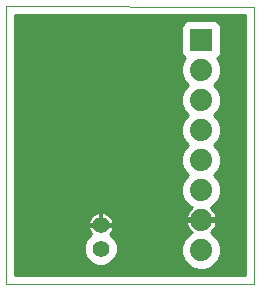
<source format=gbl>
G75*
G70*
%OFA0B0*%
%FSLAX24Y24*%
%IPPOS*%
%LPD*%
%AMOC8*
5,1,8,0,0,1.08239X$1,22.5*
%
%ADD10C,0.0000*%
%ADD11R,0.0740X0.0740*%
%ADD12C,0.0740*%
%ADD13C,0.0560*%
%ADD14C,0.0100*%
D10*
X000150Y000150D02*
X000150Y009402D01*
X008400Y009400D01*
X008400Y000150D01*
X000150Y000150D01*
D11*
X006650Y008294D03*
D12*
X006650Y007294D03*
X006650Y006294D03*
X006650Y005294D03*
X006650Y004294D03*
X006650Y003294D03*
X006650Y002294D03*
X006650Y001294D03*
D13*
X003300Y001331D03*
X003300Y002119D03*
D14*
X003319Y002120D02*
X006160Y002120D01*
X006168Y002094D02*
X006143Y002172D01*
X006131Y002244D01*
X006600Y002244D01*
X006600Y002344D01*
X006131Y002344D01*
X006143Y002415D01*
X006168Y002493D01*
X006205Y002566D01*
X006253Y002632D01*
X006311Y002690D01*
X006337Y002709D01*
X006276Y002734D01*
X006090Y002920D01*
X005990Y003162D01*
X005990Y003425D01*
X006090Y003668D01*
X006217Y003794D01*
X006090Y003920D01*
X005990Y004162D01*
X005990Y004425D01*
X006090Y004668D01*
X006217Y004794D01*
X006090Y004920D01*
X005990Y005162D01*
X005990Y005425D01*
X006090Y005668D01*
X006217Y005794D01*
X006090Y005920D01*
X005990Y006162D01*
X005990Y006425D01*
X006090Y006668D01*
X006217Y006794D01*
X006090Y006920D01*
X005990Y007162D01*
X005990Y007425D01*
X006090Y007668D01*
X006108Y007685D01*
X006034Y007759D01*
X005990Y007866D01*
X005990Y008721D01*
X006034Y008828D01*
X006116Y008910D01*
X006222Y008954D01*
X007078Y008954D01*
X007184Y008910D01*
X007266Y008828D01*
X007310Y008721D01*
X007310Y007866D01*
X007266Y007759D01*
X007192Y007685D01*
X007210Y007668D01*
X007310Y007425D01*
X007310Y007162D01*
X007210Y006920D01*
X007083Y006794D01*
X007210Y006668D01*
X007310Y006425D01*
X007310Y006162D01*
X007210Y005920D01*
X007083Y005794D01*
X007210Y005668D01*
X007310Y005425D01*
X007310Y005162D01*
X007210Y004920D01*
X007083Y004794D01*
X007210Y004668D01*
X007310Y004425D01*
X007310Y004162D01*
X007210Y003920D01*
X007083Y003794D01*
X007210Y003668D01*
X007310Y003425D01*
X007310Y003162D01*
X007210Y002920D01*
X007024Y002734D01*
X006963Y002709D01*
X006989Y002690D01*
X007047Y002632D01*
X007095Y002566D01*
X007132Y002493D01*
X007157Y002415D01*
X007169Y002344D01*
X006700Y002344D01*
X006700Y002244D01*
X007169Y002244D01*
X007157Y002172D01*
X007132Y002094D01*
X007095Y002021D01*
X007047Y001955D01*
X006989Y001897D01*
X006963Y001878D01*
X007024Y001853D01*
X007210Y001668D01*
X007310Y001425D01*
X007310Y001162D01*
X007210Y000920D01*
X007024Y000734D01*
X006781Y000634D01*
X006519Y000634D01*
X006276Y000734D01*
X006090Y000920D01*
X005990Y001162D01*
X005990Y001425D01*
X006090Y001668D01*
X006276Y001853D01*
X006337Y001878D01*
X006311Y001897D01*
X006253Y001955D01*
X006205Y002021D01*
X006168Y002094D01*
X006205Y002022D02*
X003720Y002022D01*
X003719Y002018D02*
X003730Y002085D01*
X003730Y002100D01*
X003319Y002100D01*
X003319Y002137D01*
X003730Y002137D01*
X003730Y002152D01*
X003719Y002219D01*
X003698Y002284D01*
X003667Y002344D01*
X003628Y002399D01*
X003580Y002446D01*
X003525Y002486D01*
X003465Y002517D01*
X003400Y002538D01*
X003333Y002549D01*
X003319Y002549D01*
X003319Y002137D01*
X003281Y002137D01*
X003281Y002100D01*
X002870Y002100D01*
X002870Y002085D01*
X002880Y002018D01*
X002901Y001953D01*
X002932Y001893D01*
X002972Y001838D01*
X002990Y001820D01*
X002977Y001814D01*
X002816Y001654D01*
X002730Y001444D01*
X002730Y001218D01*
X002816Y001008D01*
X002977Y000848D01*
X003186Y000761D01*
X003413Y000761D01*
X003622Y000848D01*
X003783Y001008D01*
X003870Y001218D01*
X003870Y001444D01*
X003783Y001654D01*
X003622Y001814D01*
X003609Y001820D01*
X003628Y001838D01*
X003667Y001893D01*
X003698Y001953D01*
X003719Y002018D01*
X003683Y001923D02*
X006285Y001923D01*
X006247Y001825D02*
X003614Y001825D01*
X003711Y001726D02*
X006149Y001726D01*
X006074Y001628D02*
X003794Y001628D01*
X003835Y001529D02*
X006033Y001529D01*
X005992Y001431D02*
X003870Y001431D01*
X003870Y001332D02*
X005990Y001332D01*
X005990Y001234D02*
X003870Y001234D01*
X003835Y001135D02*
X006001Y001135D01*
X006042Y001037D02*
X003795Y001037D01*
X003713Y000938D02*
X006083Y000938D01*
X006171Y000840D02*
X003602Y000840D01*
X002997Y000840D02*
X000440Y000840D01*
X000440Y000938D02*
X002887Y000938D01*
X002805Y001037D02*
X000440Y001037D01*
X000440Y001135D02*
X002764Y001135D01*
X002730Y001234D02*
X000440Y001234D01*
X000440Y001332D02*
X002730Y001332D01*
X002730Y001431D02*
X000440Y001431D01*
X000440Y001529D02*
X002765Y001529D01*
X002805Y001628D02*
X000440Y001628D01*
X000440Y001726D02*
X002888Y001726D01*
X002985Y001825D02*
X000440Y001825D01*
X000440Y001923D02*
X002917Y001923D01*
X002880Y002022D02*
X000440Y002022D01*
X000440Y002120D02*
X003281Y002120D01*
X003281Y002137D02*
X002870Y002137D01*
X002870Y002152D01*
X002880Y002219D01*
X002901Y002284D01*
X002932Y002344D01*
X002972Y002399D01*
X003019Y002446D01*
X003074Y002486D01*
X003135Y002517D01*
X003199Y002538D01*
X003266Y002549D01*
X003281Y002549D01*
X003281Y002137D01*
X003281Y002219D02*
X003319Y002219D01*
X003319Y002317D02*
X003281Y002317D01*
X003281Y002416D02*
X003319Y002416D01*
X003319Y002514D02*
X003281Y002514D01*
X003129Y002514D02*
X000440Y002514D01*
X000440Y002416D02*
X002988Y002416D01*
X002918Y002317D02*
X000440Y002317D01*
X000440Y002219D02*
X002880Y002219D01*
X003471Y002514D02*
X006179Y002514D01*
X006143Y002416D02*
X003611Y002416D01*
X003681Y002317D02*
X006600Y002317D01*
X006700Y002317D02*
X008110Y002317D01*
X008110Y002219D02*
X007165Y002219D01*
X007140Y002120D02*
X008110Y002120D01*
X008110Y002022D02*
X007095Y002022D01*
X007015Y001923D02*
X008110Y001923D01*
X008110Y001825D02*
X007053Y001825D01*
X007151Y001726D02*
X008110Y001726D01*
X008110Y001628D02*
X007226Y001628D01*
X007267Y001529D02*
X008110Y001529D01*
X008110Y001431D02*
X007308Y001431D01*
X007310Y001332D02*
X008110Y001332D01*
X008110Y001234D02*
X007310Y001234D01*
X007299Y001135D02*
X008110Y001135D01*
X008110Y001037D02*
X007258Y001037D01*
X007217Y000938D02*
X008110Y000938D01*
X008110Y000840D02*
X007129Y000840D01*
X007031Y000741D02*
X008110Y000741D01*
X008110Y000643D02*
X006803Y000643D01*
X006497Y000643D02*
X000440Y000643D01*
X000440Y000741D02*
X006269Y000741D01*
X006135Y002219D02*
X003719Y002219D01*
X005990Y003204D02*
X000440Y003204D01*
X000440Y003302D02*
X005990Y003302D01*
X005990Y003401D02*
X000440Y003401D01*
X000440Y003499D02*
X006021Y003499D01*
X006061Y003598D02*
X000440Y003598D01*
X000440Y003696D02*
X006119Y003696D01*
X006216Y003795D02*
X000440Y003795D01*
X000440Y003893D02*
X006117Y003893D01*
X006061Y003992D02*
X000440Y003992D01*
X000440Y004090D02*
X006020Y004090D01*
X005990Y004189D02*
X000440Y004189D01*
X000440Y004287D02*
X005990Y004287D01*
X005990Y004386D02*
X000440Y004386D01*
X000440Y004484D02*
X006014Y004484D01*
X006055Y004583D02*
X000440Y004583D01*
X000440Y004681D02*
X006104Y004681D01*
X006202Y004780D02*
X000440Y004780D01*
X000440Y004878D02*
X006132Y004878D01*
X006067Y004977D02*
X000440Y004977D01*
X000440Y005075D02*
X006026Y005075D01*
X005990Y005174D02*
X000440Y005174D01*
X000440Y005272D02*
X005990Y005272D01*
X005990Y005371D02*
X000440Y005371D01*
X000440Y005469D02*
X006008Y005469D01*
X006049Y005568D02*
X000440Y005568D01*
X000440Y005666D02*
X006090Y005666D01*
X006187Y005765D02*
X000440Y005765D01*
X000440Y005863D02*
X006147Y005863D01*
X006073Y005962D02*
X000440Y005962D01*
X000440Y006060D02*
X006032Y006060D01*
X005992Y006159D02*
X000440Y006159D01*
X000440Y006257D02*
X005990Y006257D01*
X005990Y006356D02*
X000440Y006356D01*
X000440Y006454D02*
X006002Y006454D01*
X006043Y006553D02*
X000440Y006553D01*
X000440Y006651D02*
X006084Y006651D01*
X006172Y006750D02*
X000440Y006750D01*
X000440Y006848D02*
X006162Y006848D01*
X006079Y006947D02*
X000440Y006947D01*
X000440Y007045D02*
X006039Y007045D01*
X005998Y007144D02*
X000440Y007144D01*
X000440Y007242D02*
X005990Y007242D01*
X005990Y007341D02*
X000440Y007341D01*
X000440Y007439D02*
X005996Y007439D01*
X006037Y007538D02*
X000440Y007538D01*
X000440Y007636D02*
X006077Y007636D01*
X006059Y007735D02*
X000440Y007735D01*
X000440Y007833D02*
X006004Y007833D01*
X005990Y007932D02*
X000440Y007932D01*
X000440Y008030D02*
X005990Y008030D01*
X005990Y008129D02*
X000440Y008129D01*
X000440Y008227D02*
X005990Y008227D01*
X005990Y008326D02*
X000440Y008326D01*
X000440Y008424D02*
X005990Y008424D01*
X005990Y008523D02*
X000440Y008523D01*
X000440Y008621D02*
X005990Y008621D01*
X005990Y008720D02*
X000440Y008720D01*
X000440Y008818D02*
X006030Y008818D01*
X006133Y008917D02*
X000440Y008917D01*
X000440Y009015D02*
X008110Y009015D01*
X008110Y009110D02*
X000440Y009112D01*
X000440Y000440D01*
X008110Y000440D01*
X008110Y009110D01*
X008110Y008917D02*
X007167Y008917D01*
X007270Y008818D02*
X008110Y008818D01*
X008110Y008720D02*
X007310Y008720D01*
X007310Y008621D02*
X008110Y008621D01*
X008110Y008523D02*
X007310Y008523D01*
X007310Y008424D02*
X008110Y008424D01*
X008110Y008326D02*
X007310Y008326D01*
X007310Y008227D02*
X008110Y008227D01*
X008110Y008129D02*
X007310Y008129D01*
X007310Y008030D02*
X008110Y008030D01*
X008110Y007932D02*
X007310Y007932D01*
X007296Y007833D02*
X008110Y007833D01*
X008110Y007735D02*
X007241Y007735D01*
X007223Y007636D02*
X008110Y007636D01*
X008110Y007538D02*
X007263Y007538D01*
X007304Y007439D02*
X008110Y007439D01*
X008110Y007341D02*
X007310Y007341D01*
X007310Y007242D02*
X008110Y007242D01*
X008110Y007144D02*
X007302Y007144D01*
X007261Y007045D02*
X008110Y007045D01*
X008110Y006947D02*
X007221Y006947D01*
X007138Y006848D02*
X008110Y006848D01*
X008110Y006750D02*
X007128Y006750D01*
X007216Y006651D02*
X008110Y006651D01*
X008110Y006553D02*
X007257Y006553D01*
X007298Y006454D02*
X008110Y006454D01*
X008110Y006356D02*
X007310Y006356D01*
X007310Y006257D02*
X008110Y006257D01*
X008110Y006159D02*
X007308Y006159D01*
X007268Y006060D02*
X008110Y006060D01*
X008110Y005962D02*
X007227Y005962D01*
X007153Y005863D02*
X008110Y005863D01*
X008110Y005765D02*
X007113Y005765D01*
X007210Y005666D02*
X008110Y005666D01*
X008110Y005568D02*
X007251Y005568D01*
X007292Y005469D02*
X008110Y005469D01*
X008110Y005371D02*
X007310Y005371D01*
X007310Y005272D02*
X008110Y005272D01*
X008110Y005174D02*
X007310Y005174D01*
X007274Y005075D02*
X008110Y005075D01*
X008110Y004977D02*
X007233Y004977D01*
X007168Y004878D02*
X008110Y004878D01*
X008110Y004780D02*
X007098Y004780D01*
X007196Y004681D02*
X008110Y004681D01*
X008110Y004583D02*
X007245Y004583D01*
X007286Y004484D02*
X008110Y004484D01*
X008110Y004386D02*
X007310Y004386D01*
X007310Y004287D02*
X008110Y004287D01*
X008110Y004189D02*
X007310Y004189D01*
X007280Y004090D02*
X008110Y004090D01*
X008110Y003992D02*
X007239Y003992D01*
X007183Y003893D02*
X008110Y003893D01*
X008110Y003795D02*
X007084Y003795D01*
X007181Y003696D02*
X008110Y003696D01*
X008110Y003598D02*
X007239Y003598D01*
X007279Y003499D02*
X008110Y003499D01*
X008110Y003401D02*
X007310Y003401D01*
X007310Y003302D02*
X008110Y003302D01*
X008110Y003204D02*
X007310Y003204D01*
X007286Y003105D02*
X008110Y003105D01*
X008110Y003007D02*
X007245Y003007D01*
X007198Y002908D02*
X008110Y002908D01*
X008110Y002810D02*
X007099Y002810D01*
X006968Y002711D02*
X008110Y002711D01*
X008110Y002613D02*
X007061Y002613D01*
X007121Y002514D02*
X008110Y002514D01*
X008110Y002416D02*
X007157Y002416D01*
X006332Y002711D02*
X000440Y002711D01*
X000440Y002613D02*
X006239Y002613D01*
X006201Y002810D02*
X000440Y002810D01*
X000440Y002908D02*
X006102Y002908D01*
X006055Y003007D02*
X000440Y003007D01*
X000440Y003105D02*
X006014Y003105D01*
X008110Y000544D02*
X000440Y000544D01*
X000440Y000446D02*
X008110Y000446D01*
M02*

</source>
